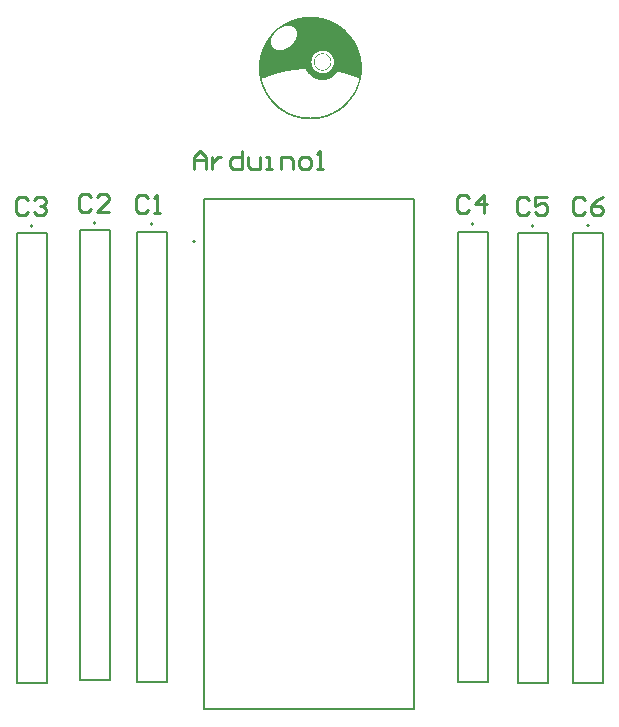
<source format=gto>
G04*
G04 #@! TF.GenerationSoftware,Altium Limited,Altium Designer,24.1.2 (44)*
G04*
G04 Layer_Color=65535*
%FSLAX44Y44*%
%MOMM*%
G71*
G04*
G04 #@! TF.SameCoordinates,DA2C95F4-03E7-481E-B0F5-842642FF9007*
G04*
G04*
G04 #@! TF.FilePolarity,Positive*
G04*
G01*
G75*
%ADD10C,0.2000*%
%ADD11C,0.1270*%
%ADD12C,0.2540*%
G36*
X404958Y761074D02*
X407326D01*
Y760859D01*
X408402D01*
Y760644D01*
X409693D01*
Y760429D01*
X410770D01*
Y760213D01*
X411631D01*
Y759998D01*
X412492D01*
Y759783D01*
X413353D01*
Y759568D01*
X413998D01*
Y759352D01*
X414644D01*
Y759137D01*
X415290D01*
Y758922D01*
X415936D01*
Y758707D01*
X416581D01*
Y758491D01*
X417012D01*
Y758276D01*
X417658D01*
Y758061D01*
X418088D01*
Y757846D01*
X418519D01*
Y757630D01*
X419165D01*
Y757415D01*
X419595D01*
Y757200D01*
X420026D01*
Y756985D01*
X420456D01*
Y756769D01*
X420887D01*
Y756554D01*
X421317D01*
Y756339D01*
X421748D01*
Y756124D01*
X422178D01*
Y755908D01*
X422609D01*
Y755693D01*
X422824D01*
Y755478D01*
X423254D01*
Y755263D01*
X423685D01*
Y755047D01*
X423900D01*
Y754832D01*
X424331D01*
Y754617D01*
X424761D01*
Y754401D01*
X424976D01*
Y754186D01*
X425407D01*
Y753971D01*
X425622D01*
Y753756D01*
X426053D01*
Y753540D01*
X426268D01*
Y753325D01*
X426483D01*
Y753110D01*
X426914D01*
Y752895D01*
X427129D01*
Y752680D01*
X427560D01*
Y752464D01*
X427775D01*
Y752249D01*
X427990D01*
Y752034D01*
X428205D01*
Y751818D01*
X428420D01*
Y751603D01*
X428851D01*
Y751388D01*
X429066D01*
Y751173D01*
X429282D01*
Y750957D01*
X429497D01*
Y750742D01*
X429927D01*
Y750527D01*
X430143D01*
Y750312D01*
X430358D01*
Y750096D01*
X430573D01*
Y749881D01*
X430788D01*
Y749666D01*
X431004D01*
Y749451D01*
X431219D01*
Y749235D01*
X431434D01*
Y749020D01*
X431649D01*
Y748805D01*
X431865D01*
Y748590D01*
X432080D01*
Y748374D01*
X432295D01*
Y748159D01*
X432510D01*
Y747944D01*
X432726D01*
Y747729D01*
X432941D01*
Y747513D01*
X433156D01*
Y747298D01*
X433371D01*
Y747083D01*
X433587D01*
Y746868D01*
X433802D01*
Y746652D01*
X434017D01*
Y746437D01*
X434232D01*
Y746007D01*
X434448D01*
Y745791D01*
X434663D01*
Y745576D01*
X434878D01*
Y745361D01*
X435093D01*
Y744930D01*
X435309D01*
Y744715D01*
X435524D01*
Y744500D01*
X435739D01*
Y744285D01*
X435954D01*
Y743854D01*
X436170D01*
Y743639D01*
X436385D01*
Y743424D01*
X436600D01*
Y742993D01*
X436815D01*
Y742778D01*
X437031D01*
Y742347D01*
X437246D01*
Y742132D01*
X437461D01*
Y741702D01*
X437676D01*
Y741486D01*
X437892D01*
Y741056D01*
X438107D01*
Y740841D01*
X438322D01*
Y740410D01*
X438537D01*
Y739979D01*
X438753D01*
Y739764D01*
X438968D01*
Y739334D01*
X439183D01*
Y738903D01*
X439398D01*
Y738473D01*
X439614D01*
Y738042D01*
X439829D01*
Y737612D01*
X440044D01*
Y737396D01*
X440260D01*
Y736751D01*
X440475D01*
Y736320D01*
X440690D01*
Y735890D01*
X440905D01*
Y735459D01*
X441120D01*
Y734813D01*
X441336D01*
Y734383D01*
X441551D01*
Y733952D01*
X441766D01*
Y733307D01*
X441982D01*
Y732876D01*
X442197D01*
Y732015D01*
X442412D01*
Y731585D01*
X442627D01*
Y730939D01*
X442842D01*
Y730078D01*
X443058D01*
Y729432D01*
X443273D01*
Y728571D01*
X443488D01*
Y727710D01*
X443704D01*
Y726849D01*
X443919D01*
Y725557D01*
X444134D01*
Y724266D01*
X444349D01*
Y722759D01*
X444565D01*
Y719530D01*
X444780D01*
Y714149D01*
X444565D01*
Y711996D01*
X444349D01*
Y710920D01*
X444134D01*
Y709844D01*
X443919D01*
Y708768D01*
X443704D01*
Y708122D01*
X443488D01*
Y707046D01*
X443273D01*
Y706185D01*
X443058D01*
Y705539D01*
X442842D01*
Y704893D01*
X442627D01*
Y704247D01*
X442412D01*
Y703602D01*
X442197D01*
Y702956D01*
X441982D01*
Y702310D01*
X441766D01*
Y701880D01*
X441551D01*
Y701234D01*
X441336D01*
Y700803D01*
X441120D01*
Y700373D01*
X440905D01*
Y699727D01*
X440690D01*
Y699296D01*
X440475D01*
Y698866D01*
X440260D01*
Y698435D01*
X440044D01*
Y698005D01*
X439829D01*
Y697574D01*
X439614D01*
Y697144D01*
X439398D01*
Y696713D01*
X439183D01*
Y696283D01*
X438968D01*
Y696068D01*
X438753D01*
Y695637D01*
X438537D01*
Y695207D01*
X438322D01*
Y694991D01*
X438107D01*
Y694561D01*
X437892D01*
Y694130D01*
X437676D01*
Y693915D01*
X437461D01*
Y693700D01*
X437246D01*
Y693269D01*
X437031D01*
Y693054D01*
X436815D01*
Y692624D01*
X436600D01*
Y692408D01*
X436385D01*
Y691978D01*
X436170D01*
Y691762D01*
X435954D01*
Y691547D01*
X435739D01*
Y691117D01*
X435524D01*
Y690901D01*
X435309D01*
Y690686D01*
X435093D01*
Y690471D01*
X434878D01*
Y690256D01*
X434663D01*
Y689825D01*
X434448D01*
Y689610D01*
X434232D01*
Y689395D01*
X434017D01*
Y689180D01*
X433802D01*
Y688964D01*
X433587D01*
Y688749D01*
X433371D01*
Y688534D01*
X433156D01*
Y688103D01*
X432941D01*
Y687888D01*
X432726D01*
Y687673D01*
X432510D01*
Y687458D01*
X432295D01*
Y687242D01*
X432080D01*
Y687027D01*
X431865D01*
Y686812D01*
X431649D01*
Y686596D01*
X431434D01*
Y686381D01*
X431219D01*
Y686166D01*
X431004D01*
Y685951D01*
X430573D01*
Y685735D01*
X430358D01*
Y685520D01*
X430143D01*
Y685305D01*
X429927D01*
Y685090D01*
X429712D01*
Y684874D01*
X429497D01*
Y684659D01*
X429282D01*
Y684444D01*
X429066D01*
Y684229D01*
X428636D01*
Y684013D01*
X428420D01*
Y683798D01*
X428205D01*
Y683583D01*
X427775D01*
Y683368D01*
X427560D01*
Y683152D01*
X427344D01*
Y682937D01*
X427129D01*
Y682722D01*
X426698D01*
Y682507D01*
X426483D01*
Y682291D01*
X426053D01*
Y682076D01*
X425838D01*
Y681861D01*
X425622D01*
Y681646D01*
X425192D01*
Y681430D01*
X424976D01*
Y681215D01*
X424546D01*
Y681000D01*
X424115D01*
Y680785D01*
X423900D01*
Y680569D01*
X423470D01*
Y680354D01*
X423039D01*
Y680139D01*
X422824D01*
Y679924D01*
X422393D01*
Y679708D01*
X421963D01*
Y679493D01*
X421532D01*
Y679278D01*
X421102D01*
Y679062D01*
X420671D01*
Y678847D01*
X420241D01*
Y678632D01*
X419810D01*
Y678417D01*
X419380D01*
Y678202D01*
X418949D01*
Y677986D01*
X418519D01*
Y677771D01*
X417873D01*
Y677556D01*
X417443D01*
Y677340D01*
X416797D01*
Y677125D01*
X416366D01*
Y676910D01*
X415720D01*
Y676695D01*
X415075D01*
Y676479D01*
X414429D01*
Y676264D01*
X413568D01*
Y676049D01*
X412922D01*
Y675834D01*
X412276D01*
Y675619D01*
X411200D01*
Y675403D01*
X410554D01*
Y675188D01*
X409263D01*
Y674973D01*
X407971D01*
Y674758D01*
X406680D01*
Y674542D01*
X404097D01*
Y674327D01*
X398285D01*
Y674542D01*
X395702D01*
Y674758D01*
X394410D01*
Y674973D01*
X393119D01*
Y675188D01*
X391827D01*
Y675403D01*
X390966D01*
Y675619D01*
X390105D01*
Y675834D01*
X389459D01*
Y676049D01*
X388814D01*
Y676264D01*
X387953D01*
Y676479D01*
X387307D01*
Y676695D01*
X386661D01*
Y676910D01*
X386015D01*
Y677125D01*
X385585D01*
Y677340D01*
X384939D01*
Y677556D01*
X384509D01*
Y677771D01*
X383863D01*
Y677986D01*
X383432D01*
Y678202D01*
X383002D01*
Y678417D01*
X382571D01*
Y678632D01*
X382141D01*
Y678847D01*
X381710D01*
Y679062D01*
X381280D01*
Y679278D01*
X380849D01*
Y679493D01*
X380419D01*
Y679708D01*
X379988D01*
Y679924D01*
X379558D01*
Y680139D01*
X379342D01*
Y680354D01*
X378912D01*
Y680569D01*
X378481D01*
Y680785D01*
X378266D01*
Y681000D01*
X377836D01*
Y681215D01*
X377405D01*
Y681430D01*
X377190D01*
Y681646D01*
X376975D01*
Y681861D01*
X376544D01*
Y682076D01*
X376329D01*
Y682291D01*
X375899D01*
Y682507D01*
X375683D01*
Y682722D01*
X375253D01*
Y682937D01*
X375037D01*
Y683152D01*
X374822D01*
Y683368D01*
X374607D01*
Y683583D01*
X374176D01*
Y683798D01*
X373961D01*
Y684013D01*
X373746D01*
Y684229D01*
X373315D01*
Y684444D01*
X373100D01*
Y684659D01*
X372885D01*
Y684874D01*
X372670D01*
Y685090D01*
X372454D01*
Y685305D01*
X372239D01*
Y685520D01*
X372024D01*
Y685735D01*
X371593D01*
Y685951D01*
X371378D01*
Y686166D01*
X371163D01*
Y686381D01*
X370948D01*
Y686596D01*
X370732D01*
Y686812D01*
X370517D01*
Y687027D01*
X370302D01*
Y687242D01*
X370087D01*
Y687458D01*
X369871D01*
Y687673D01*
X369656D01*
Y687888D01*
X369441D01*
Y688103D01*
X369226D01*
Y688318D01*
X369010D01*
Y688749D01*
X368795D01*
Y688964D01*
X368580D01*
Y689180D01*
X368365D01*
Y689395D01*
X368149D01*
Y689610D01*
X367934D01*
Y689825D01*
X367719D01*
Y690256D01*
X367504D01*
Y690471D01*
X367288D01*
Y690686D01*
X367073D01*
Y690901D01*
X366858D01*
Y691117D01*
X366642D01*
Y691547D01*
X366427D01*
Y691762D01*
X366212D01*
Y691978D01*
X365997D01*
Y692408D01*
X365782D01*
Y692624D01*
X365566D01*
Y693054D01*
X365351D01*
Y693269D01*
X365136D01*
Y693700D01*
X364921D01*
Y693915D01*
X364705D01*
Y694346D01*
X364490D01*
Y694561D01*
X364275D01*
Y694991D01*
X364059D01*
Y695422D01*
X363844D01*
Y695637D01*
X363629D01*
Y696068D01*
X363414D01*
Y696498D01*
X363199D01*
Y696713D01*
X362983D01*
Y697144D01*
X362768D01*
Y697574D01*
X362553D01*
Y698005D01*
X362337D01*
Y698435D01*
X362122D01*
Y698866D01*
X361907D01*
Y699296D01*
X361692D01*
Y699727D01*
X361476D01*
Y700157D01*
X361261D01*
Y700588D01*
X361046D01*
Y701234D01*
X360831D01*
Y701664D01*
X360615D01*
Y702310D01*
X360400D01*
Y702956D01*
X360185D01*
Y703602D01*
X359970D01*
Y704032D01*
X359754D01*
Y704893D01*
X359539D01*
Y705539D01*
X359324D01*
Y706185D01*
X359109D01*
Y707046D01*
X358893D01*
Y707907D01*
X358678D01*
Y708983D01*
X358463D01*
Y710059D01*
X358248D01*
Y710920D01*
X358032D01*
Y712642D01*
X357817D01*
Y715225D01*
X357602D01*
Y719746D01*
X357817D01*
Y722544D01*
X358032D01*
Y724481D01*
X358248D01*
Y725557D01*
X358463D01*
Y726849D01*
X358678D01*
Y727710D01*
X358893D01*
Y728571D01*
X359109D01*
Y729432D01*
X359324D01*
Y730293D01*
X359539D01*
Y730939D01*
X359754D01*
Y731585D01*
X359970D01*
Y732230D01*
X360185D01*
Y732876D01*
X360400D01*
Y733307D01*
X360615D01*
Y733952D01*
X360831D01*
Y734383D01*
X361046D01*
Y735029D01*
X361261D01*
Y735459D01*
X361476D01*
Y735890D01*
X361692D01*
Y736320D01*
X361907D01*
Y736751D01*
X362122D01*
Y737181D01*
X362337D01*
Y737827D01*
X362553D01*
Y738042D01*
X362768D01*
Y738473D01*
X362983D01*
Y738903D01*
X363199D01*
Y739334D01*
X363414D01*
Y739764D01*
X363629D01*
Y739979D01*
X363844D01*
Y740410D01*
X364059D01*
Y740841D01*
X364275D01*
Y741056D01*
X364490D01*
Y741486D01*
X364705D01*
Y741702D01*
X364921D01*
Y742132D01*
X365136D01*
Y742347D01*
X365351D01*
Y742778D01*
X365566D01*
Y742993D01*
X365782D01*
Y743208D01*
X365997D01*
Y743639D01*
X366212D01*
Y743854D01*
X366427D01*
Y744285D01*
X366642D01*
Y744500D01*
X366858D01*
Y744715D01*
X367073D01*
Y745146D01*
X367288D01*
Y745361D01*
X367504D01*
Y745576D01*
X367719D01*
Y745791D01*
X367934D01*
Y746007D01*
X368149D01*
Y746437D01*
X368365D01*
Y746652D01*
X368580D01*
Y746868D01*
X368795D01*
Y747083D01*
X369010D01*
Y747298D01*
X369226D01*
Y747513D01*
X369441D01*
Y747729D01*
X369656D01*
Y747944D01*
X369871D01*
Y748159D01*
X370087D01*
Y748374D01*
X370302D01*
Y748590D01*
X370517D01*
Y748805D01*
X370732D01*
Y749020D01*
X370948D01*
Y749235D01*
X371163D01*
Y749451D01*
X371378D01*
Y749666D01*
X371593D01*
Y749881D01*
X371809D01*
Y750096D01*
X372024D01*
Y750312D01*
X372239D01*
Y750527D01*
X372454D01*
Y750742D01*
X372885D01*
Y750957D01*
X373100D01*
Y751173D01*
X373315D01*
Y751388D01*
X373531D01*
Y751603D01*
X373746D01*
Y751818D01*
X374176D01*
Y752034D01*
X374392D01*
Y752249D01*
X374607D01*
Y752464D01*
X374822D01*
Y752680D01*
X375253D01*
Y752895D01*
X375468D01*
Y753110D01*
X375899D01*
Y753325D01*
X376114D01*
Y753540D01*
X376329D01*
Y753756D01*
X376759D01*
Y753971D01*
X376975D01*
Y754186D01*
X377405D01*
Y754401D01*
X377621D01*
Y754617D01*
X378051D01*
Y754832D01*
X378266D01*
Y755047D01*
X378697D01*
Y755263D01*
X379127D01*
Y755478D01*
X379342D01*
Y755693D01*
X379988D01*
Y755908D01*
X380204D01*
Y756124D01*
X380634D01*
Y756339D01*
X381065D01*
Y756554D01*
X381495D01*
Y756769D01*
X381926D01*
Y756985D01*
X382356D01*
Y757200D01*
X382787D01*
Y757415D01*
X383217D01*
Y757630D01*
X383863D01*
Y757846D01*
X384293D01*
Y758061D01*
X384724D01*
Y758276D01*
X385370D01*
Y758491D01*
X385800D01*
Y758707D01*
X386446D01*
Y758922D01*
X387092D01*
Y759137D01*
X387738D01*
Y759352D01*
X388383D01*
Y759568D01*
X389029D01*
Y759783D01*
X389890D01*
Y759998D01*
X390751D01*
Y760213D01*
X391612D01*
Y760429D01*
X392688D01*
Y760644D01*
X393980D01*
Y760859D01*
X395056D01*
Y761074D01*
X397209D01*
Y761290D01*
X404958D01*
Y761074D01*
D02*
G37*
%LPC*%
G36*
X383432Y753540D02*
X381280D01*
Y753325D01*
X379988D01*
Y753110D01*
X378912D01*
Y752895D01*
X378266D01*
Y752680D01*
X377836D01*
Y752464D01*
X377190D01*
Y752249D01*
X376759D01*
Y752034D01*
X376329D01*
Y751818D01*
X375899D01*
Y751603D01*
X375683D01*
Y751388D01*
X375253D01*
Y751173D01*
X375037D01*
Y750957D01*
X374607D01*
Y750742D01*
X374392D01*
Y750527D01*
X374176D01*
Y750312D01*
X373746D01*
Y750096D01*
X373531D01*
Y749881D01*
X373315D01*
Y749666D01*
X373100D01*
Y749451D01*
X372670D01*
Y749235D01*
X372454D01*
Y749020D01*
X372239D01*
Y748805D01*
X372024D01*
Y748590D01*
X371809D01*
Y748374D01*
X371593D01*
Y748159D01*
X371378D01*
Y747944D01*
X371163D01*
Y747729D01*
X370948D01*
Y747298D01*
X370732D01*
Y747083D01*
X370517D01*
Y746868D01*
X370302D01*
Y746652D01*
X370087D01*
Y746222D01*
X369871D01*
Y746007D01*
X369656D01*
Y745791D01*
X369441D01*
Y745361D01*
X369226D01*
Y745146D01*
X369010D01*
Y744715D01*
X368795D01*
Y744285D01*
X368580D01*
Y743639D01*
X368365D01*
Y743208D01*
X368149D01*
Y742562D01*
X367934D01*
Y741486D01*
X367719D01*
Y738473D01*
X367934D01*
Y737612D01*
X368149D01*
Y737181D01*
X368365D01*
Y736751D01*
X368580D01*
Y736320D01*
X368795D01*
Y736105D01*
X369010D01*
Y735674D01*
X369226D01*
Y735459D01*
X369441D01*
Y735244D01*
X369656D01*
Y735029D01*
X369871D01*
Y734813D01*
X370087D01*
Y734598D01*
X370517D01*
Y734383D01*
X370732D01*
Y734168D01*
X371163D01*
Y733952D01*
X371593D01*
Y733737D01*
X372024D01*
Y733522D01*
X372885D01*
Y733307D01*
X374392D01*
Y733091D01*
X375899D01*
Y733307D01*
X377621D01*
Y733522D01*
X378481D01*
Y733737D01*
X379127D01*
Y733952D01*
X379773D01*
Y734168D01*
X380419D01*
Y734383D01*
X380849D01*
Y734598D01*
X381280D01*
Y734813D01*
X381710D01*
Y735029D01*
X382141D01*
Y735244D01*
X382356D01*
Y735459D01*
X382571D01*
Y735674D01*
X383002D01*
Y735890D01*
X383432D01*
Y736105D01*
X383648D01*
Y736320D01*
X383863D01*
Y736535D01*
X384293D01*
Y736751D01*
X384509D01*
Y736966D01*
X384724D01*
Y737181D01*
X384939D01*
Y737396D01*
X385154D01*
Y737612D01*
X385370D01*
Y737827D01*
X385585D01*
Y738042D01*
X385800D01*
Y738258D01*
X386015D01*
Y738473D01*
X386231D01*
Y738688D01*
X386446D01*
Y738903D01*
X386661D01*
Y739118D01*
X386876D01*
Y739334D01*
X387092D01*
Y739764D01*
X387307D01*
Y739979D01*
X387522D01*
Y740410D01*
X387738D01*
Y740625D01*
X387953D01*
Y741056D01*
X388168D01*
Y741486D01*
X388383D01*
Y741917D01*
X388599D01*
Y742132D01*
X388814D01*
Y742778D01*
X389029D01*
Y743208D01*
X389244D01*
Y744069D01*
X389459D01*
Y744930D01*
X389675D01*
Y748159D01*
X389459D01*
Y749020D01*
X389244D01*
Y749666D01*
X389029D01*
Y750096D01*
X388814D01*
Y750312D01*
X388599D01*
Y750742D01*
X388383D01*
Y750957D01*
X388168D01*
Y751173D01*
X387953D01*
Y751388D01*
X387738D01*
Y751603D01*
X387522D01*
Y751818D01*
X387307D01*
Y752034D01*
X387092D01*
Y752249D01*
X386661D01*
Y752464D01*
X386231D01*
Y752680D01*
X385800D01*
Y752895D01*
X385370D01*
Y753110D01*
X384724D01*
Y753325D01*
X383432D01*
Y753540D01*
D02*
G37*
G36*
X413353Y732446D02*
X409693D01*
Y732230D01*
X408832D01*
Y732015D01*
X408187D01*
Y731800D01*
X407541D01*
Y731585D01*
X407110D01*
Y731369D01*
X406680D01*
Y731154D01*
X406465D01*
Y730939D01*
X406034D01*
Y730724D01*
X405819D01*
Y730508D01*
X405604D01*
Y730293D01*
X405388D01*
Y730078D01*
X404958D01*
Y729863D01*
X404743D01*
Y729647D01*
X404527D01*
Y729217D01*
X404312D01*
Y729001D01*
X404097D01*
Y728786D01*
X403881D01*
Y728571D01*
X403666D01*
Y728140D01*
X403451D01*
Y727925D01*
X403236D01*
Y727495D01*
X403021D01*
Y727064D01*
X402805D01*
Y726419D01*
X402590D01*
Y725988D01*
X402375D01*
Y725127D01*
X402160D01*
Y723620D01*
X401944D01*
Y722329D01*
X402160D01*
Y720822D01*
X402375D01*
Y719961D01*
X402590D01*
Y719530D01*
X402805D01*
Y718885D01*
X403021D01*
Y718454D01*
X403236D01*
Y718024D01*
X403451D01*
Y717808D01*
X403666D01*
Y717378D01*
X403881D01*
Y717162D01*
X404097D01*
Y716947D01*
X404312D01*
Y716732D01*
X404527D01*
Y716517D01*
X404743D01*
Y716301D01*
X404958D01*
Y716086D01*
X405173D01*
Y715871D01*
X405388D01*
Y715656D01*
X405604D01*
Y715441D01*
X405819D01*
Y715225D01*
X406249D01*
Y715010D01*
X406465D01*
Y714795D01*
X406895D01*
Y714579D01*
X407326D01*
Y714364D01*
X407756D01*
Y714149D01*
X408187D01*
Y713934D01*
X408832D01*
Y713718D01*
X409693D01*
Y713503D01*
X413353D01*
Y713718D01*
X414214D01*
Y713934D01*
X414860D01*
Y714149D01*
X415505D01*
Y714364D01*
X415936D01*
Y714579D01*
X416151D01*
Y714795D01*
X416581D01*
Y715010D01*
X417012D01*
Y715225D01*
X417227D01*
Y715441D01*
X417443D01*
Y715656D01*
X417873D01*
Y715871D01*
X418088D01*
Y716086D01*
X418304D01*
Y716301D01*
X418519D01*
Y716517D01*
X418734D01*
Y716732D01*
X418949D01*
Y717162D01*
X419165D01*
Y717378D01*
X419380D01*
Y717593D01*
X419595D01*
Y718024D01*
X419810D01*
Y718454D01*
X420026D01*
Y718885D01*
X420241D01*
Y719315D01*
X420456D01*
Y719961D01*
X420671D01*
Y720607D01*
X420887D01*
Y721683D01*
X421102D01*
Y724266D01*
X420887D01*
Y725342D01*
X420671D01*
Y725988D01*
X420456D01*
Y726634D01*
X420241D01*
Y727064D01*
X420026D01*
Y727495D01*
X419810D01*
Y727925D01*
X419595D01*
Y728356D01*
X419380D01*
Y728571D01*
X419165D01*
Y728786D01*
X418949D01*
Y729217D01*
X418734D01*
Y729432D01*
X418519D01*
Y729647D01*
X418304D01*
Y729863D01*
X418088D01*
Y730078D01*
X417873D01*
Y730293D01*
X417443D01*
Y730508D01*
X417227D01*
Y730724D01*
X417012D01*
Y730939D01*
X416581D01*
Y731154D01*
X416366D01*
Y731369D01*
X415936D01*
Y731585D01*
X415505D01*
Y731800D01*
X414860D01*
Y732015D01*
X414214D01*
Y732230D01*
X413353D01*
Y732446D01*
D02*
G37*
G36*
X397424Y716947D02*
X394841D01*
Y716732D01*
X391612D01*
Y716517D01*
X389890D01*
Y716301D01*
X387522D01*
Y716086D01*
X386231D01*
Y715871D01*
X384724D01*
Y715656D01*
X383002D01*
Y715441D01*
X382141D01*
Y715225D01*
X380849D01*
Y715010D01*
X379558D01*
Y714795D01*
X378697D01*
Y714579D01*
X377836D01*
Y714364D01*
X376759D01*
Y714149D01*
X376114D01*
Y713934D01*
X375037D01*
Y713718D01*
X374176D01*
Y713503D01*
X373531D01*
Y713288D01*
X373100D01*
Y713073D01*
X372454D01*
Y712858D01*
X371809D01*
Y712642D01*
X370948D01*
Y712427D01*
X370302D01*
Y712212D01*
X369441D01*
Y711996D01*
X368795D01*
Y711781D01*
X368149D01*
Y711566D01*
X367504D01*
Y711351D01*
X366858D01*
Y711135D01*
X366212D01*
Y710920D01*
X365351D01*
Y710705D01*
X364921D01*
Y710490D01*
X364275D01*
Y710274D01*
X363629D01*
Y710059D01*
X363199D01*
Y709844D01*
X362553D01*
Y709629D01*
X361907D01*
Y709413D01*
X361476D01*
Y709198D01*
X360615D01*
Y708983D01*
X360185D01*
Y708768D01*
X359970D01*
Y708337D01*
X360185D01*
Y707261D01*
X360400D01*
Y706400D01*
X360615D01*
Y705754D01*
X360831D01*
Y705108D01*
X361046D01*
Y704463D01*
X361261D01*
Y703817D01*
X361476D01*
Y703171D01*
X361692D01*
Y702740D01*
X361907D01*
Y702310D01*
X362122D01*
Y701664D01*
X362337D01*
Y701234D01*
X362553D01*
Y700588D01*
X362768D01*
Y700157D01*
X362983D01*
Y699942D01*
X363199D01*
Y699296D01*
X363414D01*
Y698866D01*
X363629D01*
Y698435D01*
X363844D01*
Y698005D01*
X364059D01*
Y697574D01*
X364275D01*
Y697144D01*
X364490D01*
Y696929D01*
X364705D01*
Y696498D01*
X364921D01*
Y696283D01*
X365136D01*
Y695852D01*
X365351D01*
Y695422D01*
X365566D01*
Y695207D01*
X365782D01*
Y694776D01*
X365997D01*
Y694561D01*
X366212D01*
Y694130D01*
X366427D01*
Y693915D01*
X366642D01*
Y693700D01*
X366858D01*
Y693269D01*
X367073D01*
Y692839D01*
X367288D01*
Y692624D01*
X367504D01*
Y692408D01*
X367719D01*
Y692193D01*
X367934D01*
Y691978D01*
X368149D01*
Y691547D01*
X368365D01*
Y691332D01*
X368580D01*
Y691117D01*
X368795D01*
Y690686D01*
X369226D01*
Y690256D01*
X369441D01*
Y690041D01*
X369656D01*
Y689825D01*
X369871D01*
Y689610D01*
X370087D01*
Y689395D01*
X370302D01*
Y689180D01*
X370517D01*
Y688964D01*
X370732D01*
Y688749D01*
X370948D01*
Y688534D01*
X371163D01*
Y688318D01*
X371378D01*
Y688103D01*
X371593D01*
Y687888D01*
X371809D01*
Y687673D01*
X372024D01*
Y687458D01*
X372239D01*
Y687242D01*
X372454D01*
Y687027D01*
X372670D01*
Y686812D01*
X372885D01*
Y686596D01*
X373100D01*
Y686381D01*
X373315D01*
Y686166D01*
X373746D01*
Y685951D01*
X373961D01*
Y685735D01*
X374176D01*
Y685520D01*
X374392D01*
Y685305D01*
X374607D01*
Y685090D01*
X375037D01*
Y684874D01*
X375253D01*
Y684659D01*
X375468D01*
Y684444D01*
X375683D01*
Y684229D01*
X376114D01*
Y684013D01*
X376329D01*
Y683798D01*
X376759D01*
Y683583D01*
X376975D01*
Y683368D01*
X377405D01*
Y683152D01*
X377621D01*
Y682937D01*
X377836D01*
Y682722D01*
X378266D01*
Y682507D01*
X378481D01*
Y682291D01*
X378912D01*
Y682076D01*
X379342D01*
Y681861D01*
X379558D01*
Y681646D01*
X379988D01*
Y681430D01*
X380419D01*
Y681215D01*
X380634D01*
Y681000D01*
X381280D01*
Y680785D01*
X381495D01*
Y680569D01*
X381926D01*
Y680354D01*
X382356D01*
Y680139D01*
X382787D01*
Y679924D01*
X383217D01*
Y679708D01*
X383863D01*
Y679493D01*
X384293D01*
Y679278D01*
X384724D01*
Y679062D01*
X385370D01*
Y678847D01*
X385800D01*
Y678632D01*
X386446D01*
Y678417D01*
X386876D01*
Y678202D01*
X387522D01*
Y677986D01*
X388383D01*
Y677771D01*
X389029D01*
Y677556D01*
X389675D01*
Y677340D01*
X390536D01*
Y677125D01*
X391397D01*
Y676910D01*
X392258D01*
Y676695D01*
X393549D01*
Y676479D01*
X394626D01*
Y676264D01*
X395917D01*
Y676049D01*
X400438D01*
Y675834D01*
X401729D01*
Y676049D01*
X406034D01*
Y676264D01*
X407756D01*
Y676479D01*
X408832D01*
Y676695D01*
X410124D01*
Y676910D01*
X410985D01*
Y677125D01*
X411846D01*
Y677340D01*
X412707D01*
Y677556D01*
X413353D01*
Y677771D01*
X413998D01*
Y677986D01*
X414644D01*
Y678202D01*
X415290D01*
Y678417D01*
X415936D01*
Y678632D01*
X416581D01*
Y678847D01*
X417012D01*
Y679062D01*
X417443D01*
Y679278D01*
X418088D01*
Y679493D01*
X418519D01*
Y679708D01*
X418949D01*
Y679924D01*
X419380D01*
Y680139D01*
X420026D01*
Y680354D01*
X420456D01*
Y680569D01*
X420671D01*
Y680785D01*
X421102D01*
Y681000D01*
X421532D01*
Y681215D01*
X421963D01*
Y681430D01*
X422393D01*
Y681646D01*
X422609D01*
Y681861D01*
X423039D01*
Y682076D01*
X423470D01*
Y682291D01*
X423685D01*
Y682507D01*
X424115D01*
Y682722D01*
X424331D01*
Y682937D01*
X424761D01*
Y683152D01*
X424976D01*
Y683368D01*
X425407D01*
Y683583D01*
X425622D01*
Y683798D01*
X426053D01*
Y684013D01*
X426268D01*
Y684229D01*
X426483D01*
Y684444D01*
X426914D01*
Y684659D01*
X427129D01*
Y684874D01*
X427344D01*
Y685090D01*
X427560D01*
Y685305D01*
X427775D01*
Y685520D01*
X428205D01*
Y685735D01*
X428420D01*
Y685951D01*
X428636D01*
Y686166D01*
X428851D01*
Y686381D01*
X429066D01*
Y686596D01*
X429497D01*
Y686812D01*
X429712D01*
Y687027D01*
X429927D01*
Y687242D01*
X430143D01*
Y687458D01*
X430358D01*
Y687673D01*
X430573D01*
Y687888D01*
X430788D01*
Y688103D01*
X431004D01*
Y688318D01*
X431219D01*
Y688534D01*
X431434D01*
Y688749D01*
X431649D01*
Y688964D01*
X431865D01*
Y689180D01*
X432080D01*
Y689395D01*
X432295D01*
Y689610D01*
X432510D01*
Y690041D01*
X432726D01*
Y690256D01*
X432941D01*
Y690471D01*
X433156D01*
Y690686D01*
X433371D01*
Y690901D01*
X433587D01*
Y691117D01*
X433802D01*
Y691547D01*
X434017D01*
Y691762D01*
X434232D01*
Y691978D01*
X434448D01*
Y692193D01*
X434663D01*
Y692624D01*
X434878D01*
Y692839D01*
X435093D01*
Y693054D01*
X435309D01*
Y693485D01*
X435524D01*
Y693700D01*
X435739D01*
Y694130D01*
X435954D01*
Y694346D01*
X436170D01*
Y694561D01*
X436385D01*
Y694991D01*
X436600D01*
Y695207D01*
X436815D01*
Y695422D01*
X437031D01*
Y695852D01*
X437246D01*
Y696068D01*
X437461D01*
Y696498D01*
X437676D01*
Y696713D01*
X437892D01*
Y697144D01*
X438107D01*
Y697359D01*
X438322D01*
Y697790D01*
X438537D01*
Y698220D01*
X438753D01*
Y698651D01*
X438968D01*
Y699081D01*
X439183D01*
Y699512D01*
X439398D01*
Y699942D01*
X439614D01*
Y700373D01*
X439829D01*
Y701019D01*
X440044D01*
Y701449D01*
X440260D01*
Y701880D01*
X440475D01*
Y702525D01*
X440690D01*
Y702956D01*
X440905D01*
Y703602D01*
X441120D01*
Y704247D01*
X441336D01*
Y704893D01*
X441551D01*
Y705539D01*
X441766D01*
Y706185D01*
X441982D01*
Y707046D01*
X442197D01*
Y707907D01*
X442412D01*
Y708983D01*
X442197D01*
Y709198D01*
X441766D01*
Y709413D01*
X441336D01*
Y709629D01*
X440690D01*
Y709844D01*
X440260D01*
Y710059D01*
X439614D01*
Y710274D01*
X438968D01*
Y710490D01*
X438537D01*
Y710705D01*
X437892D01*
Y710920D01*
X437246D01*
Y711135D01*
X436600D01*
Y711351D01*
X435954D01*
Y711566D01*
X435309D01*
Y711781D01*
X434663D01*
Y711996D01*
X434017D01*
Y712212D01*
X433371D01*
Y712427D01*
X432726D01*
Y712642D01*
X431865D01*
Y712858D01*
X431219D01*
Y713073D01*
X430358D01*
Y713288D01*
X429497D01*
Y713503D01*
X428851D01*
Y713718D01*
X427990D01*
Y713934D01*
X426914D01*
Y714149D01*
X426053D01*
Y714364D01*
X425192D01*
Y714579D01*
X423685D01*
Y714364D01*
X423470D01*
Y713934D01*
X423254D01*
Y713718D01*
X423039D01*
Y713503D01*
X422824D01*
Y713073D01*
X422609D01*
Y712858D01*
X422393D01*
Y712642D01*
X422178D01*
Y712427D01*
X421963D01*
Y712212D01*
X421748D01*
Y711996D01*
X421532D01*
Y711781D01*
X421317D01*
Y711566D01*
X421102D01*
Y711351D01*
X420887D01*
Y711135D01*
X420671D01*
Y710920D01*
X420241D01*
Y710705D01*
X420026D01*
Y710490D01*
X419810D01*
Y710274D01*
X419380D01*
Y710059D01*
X419165D01*
Y709844D01*
X418734D01*
Y709629D01*
X418304D01*
Y709413D01*
X417873D01*
Y709198D01*
X417443D01*
Y708983D01*
X417012D01*
Y708768D01*
X416581D01*
Y708552D01*
X415936D01*
Y708337D01*
X415075D01*
Y708122D01*
X414429D01*
Y707907D01*
X412922D01*
Y707691D01*
X409478D01*
Y707907D01*
X407971D01*
Y708122D01*
X407326D01*
Y708337D01*
X406465D01*
Y708552D01*
X405819D01*
Y708768D01*
X405388D01*
Y708983D01*
X404958D01*
Y709198D01*
X404527D01*
Y709413D01*
X404097D01*
Y709629D01*
X403666D01*
Y709844D01*
X403236D01*
Y710059D01*
X403021D01*
Y710274D01*
X402590D01*
Y710490D01*
X402375D01*
Y710705D01*
X402160D01*
Y710920D01*
X401729D01*
Y711135D01*
X401514D01*
Y711351D01*
X401298D01*
Y711566D01*
X401083D01*
Y711781D01*
X400868D01*
Y711996D01*
X400653D01*
Y712212D01*
X400438D01*
Y712427D01*
X400222D01*
Y712642D01*
X400007D01*
Y712858D01*
X399792D01*
Y713073D01*
X399576D01*
Y713288D01*
X399361D01*
Y713718D01*
X399146D01*
Y713934D01*
X398931D01*
Y714149D01*
X398715D01*
Y714579D01*
X398500D01*
Y715010D01*
X398285D01*
Y715225D01*
X398070D01*
Y715656D01*
X397854D01*
Y716086D01*
X397639D01*
Y716517D01*
X397424D01*
Y716947D01*
D02*
G37*
%LPD*%
G36*
X412922Y730078D02*
X413783D01*
Y729863D01*
X414214D01*
Y729647D01*
X414860D01*
Y729432D01*
X415290D01*
Y729217D01*
X415505D01*
Y729001D01*
X415936D01*
Y728786D01*
X416151D01*
Y728571D01*
X416366D01*
Y728356D01*
X416581D01*
Y728140D01*
X416797D01*
Y727925D01*
X417012D01*
Y727710D01*
X417227D01*
Y727495D01*
X417443D01*
Y727280D01*
X417658D01*
Y726849D01*
X417873D01*
Y726419D01*
X418088D01*
Y725988D01*
X418304D01*
Y725557D01*
X418519D01*
Y724696D01*
X418734D01*
Y723405D01*
X418949D01*
Y722329D01*
X418734D01*
Y721252D01*
X418519D01*
Y720391D01*
X418304D01*
Y719961D01*
X418088D01*
Y719530D01*
X417873D01*
Y719100D01*
X417658D01*
Y718885D01*
X417443D01*
Y718454D01*
X417227D01*
Y718239D01*
X417012D01*
Y718024D01*
X416797D01*
Y717808D01*
X416581D01*
Y717593D01*
X416366D01*
Y717378D01*
X416151D01*
Y717162D01*
X415720D01*
Y716947D01*
X415505D01*
Y716732D01*
X415075D01*
Y716517D01*
X414860D01*
Y716301D01*
X414214D01*
Y716086D01*
X413568D01*
Y715871D01*
X412707D01*
Y715656D01*
X410339D01*
Y715871D01*
X409478D01*
Y716086D01*
X408832D01*
Y716301D01*
X408402D01*
Y716517D01*
X407971D01*
Y716732D01*
X407541D01*
Y716947D01*
X407326D01*
Y717162D01*
X406895D01*
Y717378D01*
X406680D01*
Y717593D01*
X406465D01*
Y717808D01*
X406249D01*
Y718024D01*
X406034D01*
Y718239D01*
X405819D01*
Y718669D01*
X405604D01*
Y718885D01*
X405388D01*
Y719100D01*
X405173D01*
Y719530D01*
X404958D01*
Y719961D01*
X404743D01*
Y720607D01*
X404527D01*
Y721468D01*
X404312D01*
Y722759D01*
X404097D01*
Y723190D01*
X404312D01*
Y724696D01*
X404527D01*
Y725342D01*
X404743D01*
Y725988D01*
X404958D01*
Y726419D01*
X405173D01*
Y726849D01*
X405388D01*
Y727064D01*
X405604D01*
Y727280D01*
X405819D01*
Y727710D01*
X406034D01*
Y727925D01*
X406249D01*
Y728140D01*
X406465D01*
Y728356D01*
X406680D01*
Y728571D01*
X406895D01*
Y728786D01*
X407326D01*
Y729001D01*
X407541D01*
Y729217D01*
X407971D01*
Y729432D01*
X408187D01*
Y729647D01*
X408832D01*
Y729863D01*
X409263D01*
Y730078D01*
X410124D01*
Y730293D01*
X412922D01*
Y730078D01*
D02*
G37*
%LPC*%
G36*
X413138Y729647D02*
X409909D01*
Y729432D01*
X409263D01*
Y729217D01*
X408832D01*
Y729001D01*
X408187D01*
Y728786D01*
X407971D01*
Y728571D01*
X407541D01*
Y728356D01*
X407326D01*
Y728140D01*
X407110D01*
Y727925D01*
X406895D01*
Y727710D01*
X406680D01*
Y727495D01*
X406465D01*
Y727280D01*
X406249D01*
Y727064D01*
X406034D01*
Y726634D01*
X405819D01*
Y726419D01*
X405604D01*
Y725988D01*
X405388D01*
Y725557D01*
X405173D01*
Y724696D01*
X404958D01*
Y724051D01*
X404743D01*
Y721898D01*
X404958D01*
Y721252D01*
X405173D01*
Y720391D01*
X405388D01*
Y719961D01*
X405604D01*
Y719530D01*
X405819D01*
Y719315D01*
X406034D01*
Y718885D01*
X406249D01*
Y718669D01*
X406465D01*
Y718454D01*
X406680D01*
Y718239D01*
X406895D01*
Y718024D01*
X407110D01*
Y717808D01*
X407326D01*
Y717593D01*
X407541D01*
Y717378D01*
X407971D01*
Y717162D01*
X408402D01*
Y716947D01*
X408832D01*
Y716732D01*
X409263D01*
Y716517D01*
X409909D01*
Y716301D01*
X413138D01*
Y716517D01*
X413783D01*
Y716732D01*
X414429D01*
Y716947D01*
X414860D01*
Y717162D01*
X415075D01*
Y717378D01*
X415505D01*
Y717593D01*
X415720D01*
Y717808D01*
X415936D01*
Y718024D01*
X416151D01*
Y718239D01*
X416366D01*
Y718454D01*
X416581D01*
Y718669D01*
X416797D01*
Y718885D01*
X417012D01*
Y719100D01*
X417227D01*
Y719530D01*
X417443D01*
Y719961D01*
X417658D01*
Y720391D01*
X417873D01*
Y721037D01*
X418088D01*
Y721898D01*
X418304D01*
Y724051D01*
X418088D01*
Y725127D01*
X417873D01*
Y725557D01*
X417658D01*
Y725988D01*
X417443D01*
Y726419D01*
X417227D01*
Y726849D01*
X417012D01*
Y727064D01*
X416797D01*
Y727280D01*
X416581D01*
Y727495D01*
X416366D01*
Y727925D01*
X415936D01*
Y728140D01*
X415720D01*
Y728356D01*
X415505D01*
Y728571D01*
X415075D01*
Y728786D01*
X414860D01*
Y729001D01*
X414429D01*
Y729217D01*
X413998D01*
Y729432D01*
X413138D01*
Y729647D01*
D02*
G37*
%LPD*%
D10*
X166100Y584350D02*
G03*
X166100Y584350I-1000J0D01*
G01*
X219440Y586890D02*
G03*
X219440Y586890I-1000J0D01*
G01*
X267700Y585620D02*
G03*
X267700Y585620I-1000J0D01*
G01*
X637270Y584350D02*
G03*
X637270Y584350I-1000J0D01*
G01*
X590280D02*
G03*
X590280Y584350I-1000J0D01*
G01*
X539480Y585620D02*
G03*
X539480Y585620I-1000J0D01*
G01*
X303550Y571160D02*
G03*
X303550Y571160I-1000J0D01*
G01*
X152400Y577850D02*
X177800D01*
X152400Y196850D02*
X177800D01*
Y577850D01*
X152400Y196850D02*
Y577850D01*
X205740Y580390D02*
X231140D01*
X205740Y199390D02*
X231140D01*
Y580390D01*
X205740Y199390D02*
Y580390D01*
X254000Y579120D02*
X279400D01*
X254000Y198120D02*
X279400D01*
Y579120D01*
X254000Y198120D02*
Y579120D01*
X623570Y577850D02*
X648970D01*
X623570Y196850D02*
X648970D01*
Y577850D01*
X623570Y196850D02*
Y577850D01*
X576580D02*
X601980D01*
X576580Y196850D02*
X601980D01*
Y577850D01*
X576580Y196850D02*
Y577850D01*
X525780Y579120D02*
X551180D01*
X525780Y198120D02*
X551180D01*
Y579120D01*
X525780Y198120D02*
Y579120D01*
D11*
X311150Y175260D02*
Y607060D01*
Y175260D02*
X488950D01*
Y607060D01*
X311150D02*
X488950D01*
D12*
X633473Y606548D02*
X630933Y609087D01*
X625855D01*
X623316Y606548D01*
Y596391D01*
X625855Y593852D01*
X630933D01*
X633473Y596391D01*
X648708Y609087D02*
X643629Y606548D01*
X638551Y601469D01*
Y596391D01*
X641090Y593852D01*
X646169D01*
X648708Y596391D01*
Y598930D01*
X646169Y601469D01*
X638551D01*
X586483Y606548D02*
X583943Y609087D01*
X578865D01*
X576326Y606548D01*
Y596391D01*
X578865Y593852D01*
X583943D01*
X586483Y596391D01*
X601718Y609087D02*
X591561D01*
Y601469D01*
X596639Y604009D01*
X599179D01*
X601718Y601469D01*
Y596391D01*
X599179Y593852D01*
X594100D01*
X591561Y596391D01*
X535683Y607818D02*
X533144Y610357D01*
X528065D01*
X525526Y607818D01*
Y597661D01*
X528065Y595122D01*
X533144D01*
X535683Y597661D01*
X548379Y595122D02*
Y610357D01*
X540761Y602739D01*
X550918D01*
X162303Y606548D02*
X159763Y609087D01*
X154685D01*
X152146Y606548D01*
Y596391D01*
X154685Y593852D01*
X159763D01*
X162303Y596391D01*
X167381Y606548D02*
X169920Y609087D01*
X174999D01*
X177538Y606548D01*
Y604009D01*
X174999Y601469D01*
X172459D01*
X174999D01*
X177538Y598930D01*
Y596391D01*
X174999Y593852D01*
X169920D01*
X167381Y596391D01*
X215643Y609088D02*
X213104Y611627D01*
X208025D01*
X205486Y609088D01*
Y598931D01*
X208025Y596392D01*
X213104D01*
X215643Y598931D01*
X230878Y596392D02*
X220721D01*
X230878Y606549D01*
Y609088D01*
X228339Y611627D01*
X223260D01*
X220721Y609088D01*
X263903Y607818D02*
X261364Y610357D01*
X256285D01*
X253746Y607818D01*
Y597661D01*
X256285Y595122D01*
X261364D01*
X263903Y597661D01*
X268981Y595122D02*
X274059D01*
X271520D01*
Y610357D01*
X268981Y607818D01*
X303022Y632714D02*
Y642871D01*
X308100Y647949D01*
X313179Y642871D01*
Y632714D01*
Y640331D01*
X303022D01*
X318257Y642871D02*
Y632714D01*
Y637792D01*
X320796Y640331D01*
X323335Y642871D01*
X325875D01*
X343649Y647949D02*
Y632714D01*
X336031D01*
X333492Y635253D01*
Y640331D01*
X336031Y642871D01*
X343649D01*
X348727D02*
Y635253D01*
X351266Y632714D01*
X358884D01*
Y642871D01*
X363962Y632714D02*
X369041D01*
X366502D01*
Y642871D01*
X363962D01*
X376658Y632714D02*
Y642871D01*
X384276D01*
X386815Y640331D01*
Y632714D01*
X394432D02*
X399511D01*
X402050Y635253D01*
Y640331D01*
X399511Y642871D01*
X394432D01*
X391893Y640331D01*
Y635253D01*
X394432Y632714D01*
X407128D02*
X412207D01*
X409668D01*
Y647949D01*
X407128Y645410D01*
M02*

</source>
